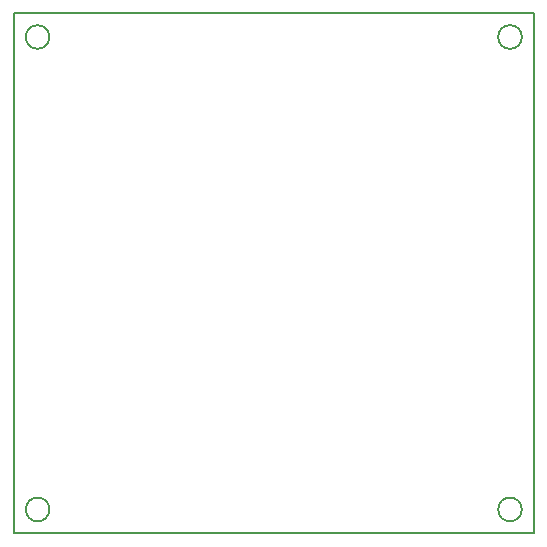
<source format=gbr>
G04 #@! TF.FileFunction,Profile,NP*
%FSLAX46Y46*%
G04 Gerber Fmt 4.6, Leading zero omitted, Abs format (unit mm)*
G04 Created by KiCad (PCBNEW 4.0.7) date 04/11/18 20:39:28*
%MOMM*%
%LPD*%
G01*
G04 APERTURE LIST*
%ADD10C,0.100000*%
%ADD11C,0.150000*%
G04 APERTURE END LIST*
D10*
D11*
X124870000Y-84130000D02*
G75*
G03X124870000Y-84130000I-1000000J0D01*
G01*
X164870000Y-84130000D02*
G75*
G03X164870000Y-84130000I-1000000J0D01*
G01*
X164870000Y-124130000D02*
G75*
G03X164870000Y-124130000I-1000000J0D01*
G01*
X124870000Y-124130000D02*
G75*
G03X124870000Y-124130000I-1000000J0D01*
G01*
X165870000Y-82130000D02*
X121870000Y-82130000D01*
X165870000Y-126130000D02*
X165870000Y-82130000D01*
X121870000Y-126130000D02*
X165870000Y-126130000D01*
X121870000Y-82130000D02*
X121870000Y-126130000D01*
M02*

</source>
